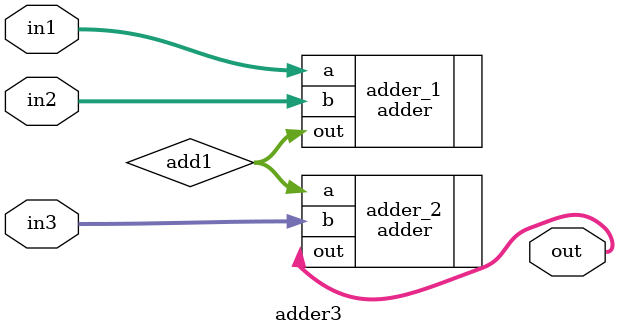
<source format=v>
module adder3
#(
    parameter data_width = 32
)
(
	input [data_width-1:0] in1, in2, in3,
	output [data_width-1:0] out
);

wire [data_width-1:0] add1;

adder adder_1(
					 .a(in1),
					 .b(in2),
					 .out(add1)
				  );
				  
adder adder_2(
					 .a(add1),
					 .b(in3),
					 .out(out)
				  );	
endmodule
			  
</source>
